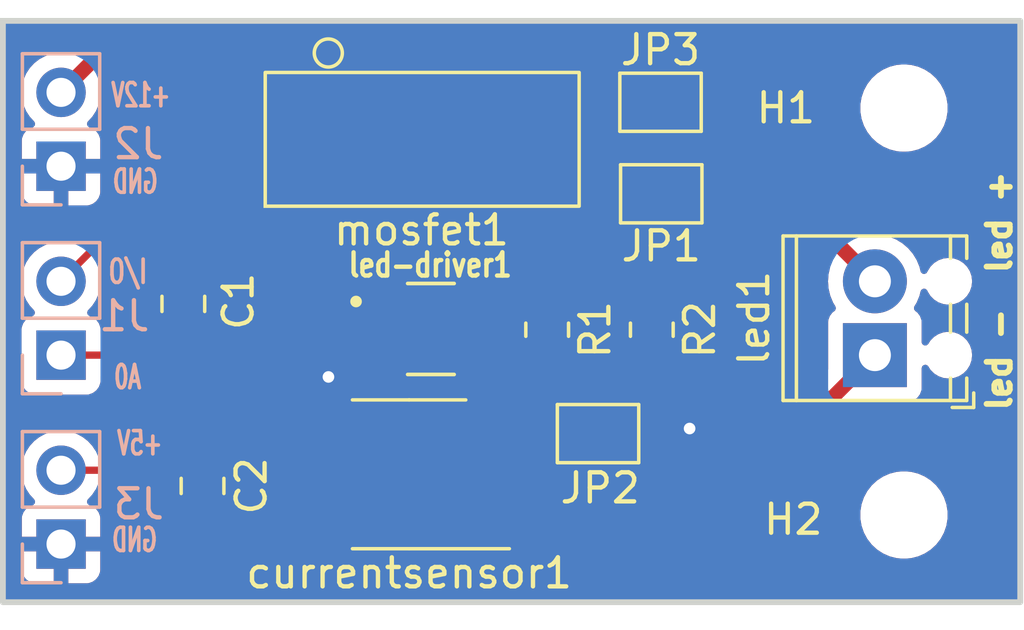
<source format=kicad_pcb>
(kicad_pcb (version 20221018) (generator pcbnew)
  (layers (0 "F.Cu" signal) (31 "B.Cu" signal) (34 "B.Paste" user) (35 "F.Paste" user) (36 "B.SilkS" user "B.Silkscreen") (37 "F.SilkS" user "F.Silkscreen") (38 "B.Mask" user) (39 "F.Mask" user) (44 "Edge.Cuts" user))
  (net 0 "")
  (net 1 "Net-(currentsensor1-FILTER)")
  (net 2 "GND")
  (net 3 "+5V")
  (net 4 "/I{slash}0_{0}")
  (net 5 "/A_{0}")
  (net 6 "+12V")
  (net 7 "/led-")
  (net 8 "/out")
  (net 9 "/enable")
  (net 12 "Net-(led-driver1-REXT)")
  (net 13 "/led+")
  (footprint "Jumper:SolderJumper-2_P1.3mm_Open_Pad1.0x1.5mm" (layer "F.Cu") (at 100.475 86.2)
    (fp_text reference "JP2" (at 0.075 1.875) (layer "F.SilkS"))
    (fp_text value "SolderJumper_2_Open")
    (fp_line (start -1.4 -1) (end 1.4 -1) (stroke (width 0.12)) (layer "F.SilkS"))
    (fp_line (start -1.4 1) (end -1.4 -1) (stroke (width 0.12)) (layer "F.SilkS"))
    (fp_line (start 1.4 -1) (end 1.4 1) (stroke (width 0.12)) (layer "F.SilkS"))
    (fp_line (start 1.4 1) (end -1.4 1) (stroke (width 0.12)) (layer "F.SilkS"))
    (pad "1" smd rect (at -0.65 0) (size 1 1.5) (layers "F.Cu" "F.Mask") (net 8 "/out"))
    (pad "2" smd rect (at 0.65 0) (size 1 1.5) (layers "F.Cu" "F.Mask") (net 2 "GND"))
  )
  (footprint "Jumper:SolderJumper-2_P1.3mm_Open_Pad1.0x1.5mm" (layer "F.Cu") (at 102.625 74.8)
    (fp_text reference "JP3" (at 0 -1.8) (layer "F.SilkS"))
    (fp_text value "SolderJumper_2_Open")
    (fp_line (start -1.4 -1) (end 1.4 -1) (stroke (width 0.12)) (layer "F.SilkS"))
    (fp_line (start -1.4 1) (end -1.4 -1) (stroke (width 0.12)) (layer "F.SilkS"))
    (fp_line (start 1.4 -1) (end 1.4 1) (stroke (width 0.12)) (layer "F.SilkS"))
    (fp_line (start 1.4 1) (end -1.4 1) (stroke (width 0.12)) (layer "F.SilkS"))
    (pad "1" smd rect (at -0.65 0) (size 1 1.5) (layers "F.Cu" "F.Mask") (net 6 "+12V"))
    (pad "2" smd rect (at 0.65 0) (size 1 1.5) (layers "F.Cu" "F.Mask") (net 13 "/led+"))
  )
  (footprint "own-footprints:AQY211EHAZ" (layer "F.Cu") (at 94.425 76.075 90)
    (fp_text reference "mosfet1" (at -3.125 -0.025 unlocked) (layer "F.SilkS"))
    (fp_text value "TLP222A")
    (fp_rect (start -2.3 -5.4) (end 2.3 5.4) (stroke (width 0.12)) (fill none) (layer "F.SilkS"))
    (fp_circle (center 2.97 -3.23) (end 2.66 -3.6) (stroke (width 0.12)) (fill none) (layer "F.SilkS"))
    (pad "1" smd roundrect (at 1.27 -4.150004 180) (size 1.9 1.5) (layers "F.Cu" "F.Paste" "F.Mask") (net 4 "/I{slash}0_{0}"))
    (pad "2" smd roundrect (at -1.27 -4.150004 180) (size 1.9 1.5) (layers "F.Cu" "F.Paste" "F.Mask") (net 2 "GND"))
    (pad "3" smd roundrect (at -1.27 4.149996 180) (size 1.9 1.5) (layers "F.Cu" "F.Paste" "F.Mask") (net 9 "/enable"))
    (pad "4" smd roundrect (at 1.27 4.149996 180) (size 1.9 1.5) (layers "F.Cu" "F.Paste" "F.Mask") (net 6 "+12V"))
  )
  (footprint "MountingHole:MountingHole_2.5mm" (layer "F.Cu") (at 111 89)
    (fp_text reference "H2" (at -3.808 0.154) (layer "F.SilkS"))
    (fp_text value "MountingHole_Pad")
    (pad "" np_thru_hole circle (at 0 0) (size 2.5 2.5) (drill 2.5) (layers "*.Cu" "*.Mask"))
  )
  (footprint "Jumper:SolderJumper-2_P1.3mm_Open_Pad1.0x1.5mm" (layer "F.Cu") (at 102.65 77.95 180)
    (fp_text reference "JP1" (at 0 -1.8) (layer "F.SilkS"))
    (fp_text value "SolderJumper_2_Open")
    (fp_line (start -1.4 -1) (end 1.4 -1) (stroke (width 0.12)) (layer "F.SilkS"))
    (fp_line (start -1.4 1) (end -1.4 -1) (stroke (width 0.12)) (layer "F.SilkS"))
    (fp_line (start 1.4 -1) (end 1.4 1) (stroke (width 0.12)) (layer "F.SilkS"))
    (fp_line (start 1.4 1) (end -1.4 1) (stroke (width 0.12)) (layer "F.SilkS"))
    (pad "1" smd rect (at -0.65 0 180) (size 1 1.5) (layers "F.Cu" "F.Mask") (net 13 "/led+"))
    (pad "2" smd rect (at 0.65 0 180) (size 1 1.5) (layers "F.Cu" "F.Mask") (net 9 "/enable"))
  )
  (footprint "own-footprints:SOT95P285X140-6N" (layer "F.Cu") (at 94.725 82.6)
    (fp_text reference "led-driver1" (at -0.025 -2.2) (layer "F.SilkS") (effects (font (size 0.8 0.64))))
    (fp_text value "BCR421UW6Q-7")
    (fp_line (start -0.8 -1.565) (end 0.8 -1.565) (stroke (width 0.127)) (layer "F.SilkS"))
    (fp_line (start 0.8 1.565) (end -0.8 1.565) (stroke (width 0.127)) (layer "F.SilkS"))
    (fp_circle (center -2.575 -0.945) (end -2.475 -0.945) (stroke (width 0.2)) (fill none) (layer "F.SilkS"))
    (pad "1" smd roundrect (at -1.175 -0.95) (size 1.37 0.59) (layers "F.Cu" "F.Paste" "F.Mask") (roundrect_rratio 0.07) (net 9 "/enable"))
    (pad "2" smd roundrect (at -1.175 0) (size 1.37 0.59) (layers "F.Cu" "F.Paste" "F.Mask") (roundrect_rratio 0.07))
    (pad "3" smd roundrect (at -1.175 0.95) (size 1.37 0.59) (layers "F.Cu" "F.Paste" "F.Mask") (roundrect_rratio 0.07))
    (pad "4" smd roundrect (at 1.175 0.95) (size 1.37 0.59) (layers "F.Cu" "F.Paste" "F.Mask") (roundrect_rratio 0.07) (net 2 "GND"))
    (pad "5" smd roundrect (at 1.175 0) (size 1.37 0.59) (layers "F.Cu" "F.Paste" "F.Mask") (roundrect_rratio 0.07) (net 8 "/out"))
    (pad "6" smd roundrect (at 1.175 -0.95) (size 1.37 0.59) (layers "F.Cu" "F.Paste" "F.Mask") (roundrect_rratio 0.07) (net 12 "Net-(led-driver1-REXT)"))
  )
  (footprint "Resistor_SMD:R_0805_2012Metric_Pad1.20x1.40mm_HandSolder" (layer "F.Cu") (at 102.325 82.625 -90)
    (fp_text reference "R2" (at 0 -1.65 90) (layer "F.SilkS"))
    (fp_text value "R_Small")
    (fp_line (start -0.227064 -0.735) (end 0.227064 -0.735) (stroke (width 0.12)) (layer "F.SilkS"))
    (fp_line (start -0.227064 0.735) (end 0.227064 0.735) (stroke (width 0.12)) (layer "F.SilkS"))
    (pad "1" smd roundrect (at -1 0 270) (size 1.2 1.4) (layers "F.Cu" "F.Paste" "F.Mask") (roundrect_rratio 0.2083333333) (net 12 "Net-(led-driver1-REXT)"))
    (pad "2" smd roundrect (at 1 0 270) (size 1.2 1.4) (layers "F.Cu" "F.Paste" "F.Mask") (roundrect_rratio 0.2083333333) (net 2 "GND"))
  )
  (footprint "Resistor_SMD:R_0805_2012Metric_Pad1.20x1.40mm_HandSolder" (layer "F.Cu") (at 98.725 82.625 -90)
    (fp_text reference "R1" (at 0 -1.65 90) (layer "F.SilkS"))
    (fp_text value "R_Small")
    (fp_line (start -0.227064 -0.735) (end 0.227064 -0.735) (stroke (width 0.12)) (layer "F.SilkS"))
    (fp_line (start -0.227064 0.735) (end 0.227064 0.735) (stroke (width 0.12)) (layer "F.SilkS"))
    (pad "1" smd roundrect (at -1 0 270) (size 1.2 1.4) (layers "F.Cu" "F.Paste" "F.Mask") (roundrect_rratio 0.2083333333) (net 12 "Net-(led-driver1-REXT)"))
    (pad "2" smd roundrect (at 1 0 270) (size 1.2 1.4) (layers "F.Cu" "F.Paste" "F.Mask") (roundrect_rratio 0.2083333333) (net 2 "GND"))
  )
  (footprint "Capacitor_SMD:C_0805_2012Metric_Pad1.18x1.45mm_HandSolder" (layer "F.Cu") (at 86.2076 81.7372 90)
    (fp_text reference "C1" (at 0.0872 1.8924 90) (layer "F.SilkS"))
    (fp_text value "1nF")
    (fp_line (start -0.261252 -0.735) (end 0.261252 -0.735) (stroke (width 0.12)) (layer "F.SilkS"))
    (fp_line (start -0.261252 0.735) (end 0.261252 0.735) (stroke (width 0.12)) (layer "F.SilkS"))
    (pad "1" smd roundrect (at -1.0375 0 90) (size 1.175 1.45) (layers "F.Cu" "F.Paste" "F.Mask") (roundrect_rratio 0.2127659574) (net 1 "Net-(currentsensor1-FILTER)"))
    (pad "2" smd roundrect (at 1.0375 0 90) (size 1.175 1.45) (layers "F.Cu" "F.Paste" "F.Mask") (roundrect_rratio 0.2127659574) (net 2 "GND"))
  )
  (footprint "TerminalBlock_Phoenix:TerminalBlock_Phoenix_MPT-0,5-2-2.54_1x02_P2.54mm_Horizontal" (layer "F.Cu") (at 110 83.5 90)
    (fp_text reference "led1" (at 1.27 -4.16 90) (layer "F.SilkS"))
    (fp_text value "led")
    (fp_line (start -1.8 2.66) (end -1.8 3.4) (stroke (width 0.12)) (layer "F.SilkS"))
    (fp_line (start -1.8 3.4) (end -1.3 3.4) (stroke (width 0.12)) (layer "F.SilkS"))
    (fp_line (start -1.56 -3.16) (end -1.56 3.16) (stroke (width 0.12)) (layer "F.SilkS"))
    (fp_line (start -1.56 -3.16) (end 4.1 -3.16) (stroke (width 0.12)) (layer "F.SilkS"))
    (fp_line (start -1.56 -2.7) (end 4.1 -2.7) (stroke (width 0.12)) (layer "F.SilkS"))
    (fp_line (start -1.56 2.6) (end -0.79 2.6) (stroke (width 0.12)) (layer "F.SilkS"))
    (fp_line (start -1.56 3.16) (end -0.79 3.16) (stroke (width 0.12)) (layer "F.SilkS"))
    (fp_line (start 0.79 2.6) (end 1.75 2.6) (stroke (width 0.12)) (layer "F.SilkS"))
    (fp_line (start 0.79 3.16) (end 1.75 3.16) (stroke (width 0.12)) (layer "F.SilkS"))
    (fp_line (start 3.33 2.6) (end 4.1 2.6) (stroke (width 0.12)) (layer "F.SilkS"))
    (fp_line (start 3.33 3.16) (end 4.1 3.16) (stroke (width 0.12)) (layer "F.SilkS"))
    (fp_line (start 4.1 -3.16) (end 4.1 3.16) (stroke (width 0.12)) (layer "F.SilkS"))
    (pad "" np_thru_hole circle (at 0 2.54 90) (size 1.1 1.1) (drill 1.1) (layers "*.Cu" "*.Mask"))
    (pad "" np_thru_hole circle (at 2.54 2.54 90) (size 1.1 1.1) (drill 1.1) (layers "*.Cu" "*.Mask"))
    (pad "1" thru_hole rect (at 0 0 90) (size 2.2 2.2) (drill 1.1) (layers "*.Cu" "*.Mask") (net 7 "/led-"))
    (pad "2" thru_hole circle (at 2.54 0 90) (size 2.2 2.2) (drill 1.1) (layers "*.Cu" "*.Mask") (net 13 "/led+"))
  )
  (footprint "Capacitor_SMD:C_0805_2012Metric_Pad1.18x1.45mm_HandSolder" (layer "F.Cu") (at 86.868 88 -90)
    (fp_text reference "C2" (at 0 -1.68 90) (layer "F.SilkS"))
    (fp_text value "0.01µF")
    (fp_line (start -0.261252 -0.735) (end 0.261252 -0.735) (stroke (width 0.12)) (layer "F.SilkS"))
    (fp_line (start -0.261252 0.735) (end 0.261252 0.735) (stroke (width 0.12)) (layer "F.SilkS"))
    (pad "1" smd roundrect (at -1.0375 0 270) (size 1.175 1.45) (layers "F.Cu" "F.Paste" "F.Mask") (roundrect_rratio 0.2127659574) (net 3 "+5V"))
    (pad "2" smd roundrect (at 1.0375 0 270) (size 1.175 1.45) (layers "F.Cu" "F.Paste" "F.Mask") (roundrect_rratio 0.2127659574) (net 2 "GND"))
  )
  (footprint "MountingHole:MountingHole_2.5mm" (layer "F.Cu") (at 111 75)
    (fp_text reference "H1" (at -4.064 0) (layer "F.SilkS"))
    (fp_text value "MountingHole_Pad")
    (pad "" np_thru_hole circle (at 0 0) (size 2.5 2.5) (drill 2.5) (layers "*.Cu" "*.Mask"))
  )
  (footprint "Package_SO:SOIC-8_3.9x4.9mm_P1.27mm" (layer "F.Cu") (at 93.975 87.6 180)
    (fp_text reference "currentsensor1" (at 0 -3.4) (layer "F.SilkS"))
    (fp_text value "ACS712xLCTR-20A")
    (fp_line (start 0 -2.56) (end -3.45 -2.56) (stroke (width 0.12)) (layer "F.SilkS"))
    (fp_line (start 0 -2.56) (end 1.95 -2.56) (stroke (width 0.12)) (layer "F.SilkS"))
    (fp_line (start 0 2.56) (end -1.95 2.56) (stroke (width 0.12)) (layer "F.SilkS"))
    (fp_line (start 0 2.56) (end 1.95 2.56) (stroke (width 0.12)) (layer "F.SilkS"))
    (pad "1" smd roundrect (at -2.475 -1.905 180) (size 1.95 0.6) (layers "F.Cu" "F.Paste" "F.Mask") (net 7 "/led-"))
    (pad "2" smd roundrect (at -2.475 -0.635 180) (size 1.95 0.6) (layers "F.Cu" "F.Paste" "F.Mask") (net 7 "/led-"))
    (pad "3" smd roundrect (at -2.475 0.635 180) (size 1.95 0.6) (layers "F.Cu" "F.Paste" "F.Mask") (net 8 "/out"))
    (pad "4" smd roundrect (at -2.475 1.905 180) (size 1.95 0.6) (layers "F.Cu" "F.Paste" "F.Mask") (net 8 "/out"))
    (pad "5" smd roundrect (at 2.475 1.905 180) (size 1.95 0.6) (layers "F.Cu" "F.Paste" "F.Mask") (net 2 "GND"))
    (pad "6" smd roundrect (at 2.475 0.635 180) (size 1.95 0.6) (layers "F.Cu" "F.Paste" "F.Mask") (net 1 "Net-(currentsensor1-FILTER)"))
    (pad "7" smd roundrect (at 2.475 -0.635 180) (size 1.95 0.6) (layers "F.Cu" "F.Paste" "F.Mask") (net 5 "/A_{0}"))
    (pad "8" smd roundrect (at 2.475 -1.905 180) (size 1.95 0.6) (layers "F.Cu" "F.Paste" "F.Mask") (net 3 "+5V"))
  )
  (footprint "Connector_PinHeader_2.54mm:PinHeader_1x02_P2.54mm_Vertical" (layer "B.Cu") (at 82 77)
    (fp_text reference "J2" (at 2.657 -0.767 180) (layer "B.SilkS") (effects (justify mirror)))
    (fp_text value "12V")
    (fp_line (start -1.33 -3.87) (end 1.33 -3.87) (stroke (width 0.12)) (layer "B.SilkS"))
    (fp_line (start -1.33 -1.27) (end -1.33 -3.87) (stroke (width 0.12)) (layer "B.SilkS"))
    (fp_line (start -1.33 -1.27) (end 1.33 -1.27) (stroke (width 0.12)) (layer "B.SilkS"))
    (fp_line (start -1.33 0) (end -1.33 1.33) (stroke (width 0.12)) (layer "B.SilkS"))
    (fp_line (start -1.33 1.33) (end 0 1.33) (stroke (width 0.12)) (layer "B.SilkS"))
    (fp_line (start 1.33 -1.27) (end 1.33 -3.87) (stroke (width 0.12)) (layer "B.SilkS"))
    (pad "1" thru_hole rect (at 0 0) (size 1.7 1.7) (drill 1) (layers "*.Cu" "*.Mask") (net 2 "GND"))
    (pad "2" thru_hole oval (at 0 -2.54) (size 1.7 1.7) (drill 1) (layers "*.Cu" "*.Mask") (net 6 "+12V"))
  )
  (footprint "Connector_PinHeader_2.54mm:PinHeader_1x02_P2.54mm_Vertical" (layer "B.Cu") (at 82 83.5)
    (fp_text reference "J1" (at 2.1744 -1.3462) (layer "B.SilkS") (effects (justify mirror)))
    (fp_text value "con")
    (fp_line (start -1.33 -3.87) (end 1.33 -3.87) (stroke (width 0.12)) (layer "B.SilkS"))
    (fp_line (start -1.33 -1.27) (end -1.33 -3.87) (stroke (width 0.12)) (layer "B.SilkS"))
    (fp_line (start -1.33 -1.27) (end 1.33 -1.27) (stroke (width 0.12)) (layer "B.SilkS"))
    (fp_line (start -1.33 0) (end -1.33 1.33) (stroke (width 0.12)) (layer "B.SilkS"))
    (fp_line (start -1.33 1.33) (end 0 1.33) (stroke (width 0.12)) (layer "B.SilkS"))
    (fp_line (start 1.33 -1.27) (end 1.33 -3.87) (stroke (width 0.12)) (layer "B.SilkS"))
    (pad "1" thru_hole rect (at 0 0) (size 1.7 1.7) (drill 1) (layers "*.Cu" "*.Mask") (net 5 "/A_{0}"))
    (pad "2" thru_hole oval (at 0 -2.54) (size 1.7 1.7) (drill 1) (layers "*.Cu" "*.Mask") (net 4 "/I{slash}0_{0}"))
  )
  (footprint "Connector_PinHeader_2.54mm:PinHeader_1x02_P2.54mm_Vertical" (layer "B.Cu") (at 82 90)
    (fp_text reference "J3" (at 2.675 -1.375) (layer "B.SilkS") (effects (justify mirror)))
    (fp_text value "5V")
    (fp_line (start -1.33 -3.87) (end 1.33 -3.87) (stroke (width 0.12)) (layer "B.SilkS"))
    (fp_line (start -1.33 -1.27) (end -1.33 -3.87) (stroke (width 0.12)) (layer "B.SilkS"))
    (fp_line (start -1.33 -1.27) (end 1.33 -1.27) (stroke (width 0.12)) (layer "B.SilkS"))
    (fp_line (start -1.33 0) (end -1.33 1.33) (stroke (width 0.12)) (layer "B.SilkS"))
    (fp_line (start -1.33 1.33) (end 0 1.33) (stroke (width 0.12)) (layer "B.SilkS"))
    (fp_line (start 1.33 -1.27) (end 1.33 -3.87) (stroke (width 0.12)) (layer "B.SilkS"))
    (pad "1" thru_hole rect (at 0 0) (size 1.7 1.7) (drill 1) (layers "*.Cu" "*.Mask") (net 2 "GND"))
    (pad "2" thru_hole oval (at 0 -2.54) (size 1.7 1.7) (drill 1) (layers "*.Cu" "*.Mask") (net 3 "+5V"))
  )
  (gr_rect (start 80 72) (end 115 92) (stroke (width 0.2)) (fill none) (layer "Edge.Cuts"))
  (gr_text "I/O" (at 85.025 81.1) (layer "B.SilkS") (effects (font (size 0.8 0.5) (thickness 0.125) bold) (justify left bottom mirror)))
  (gr_text "+5V\n" (at 85.55 87) (layer "B.SilkS") (effects (font (size 0.8 0.5) (thickness 0.125)) (justify left bottom mirror)))
  (gr_text "GND" (at 85.375 90.325) (layer "B.SilkS") (effects (font (size 0.8 0.5) (thickness 0.125) bold) (justify left bottom mirror)))
  (gr_text "GND" (at 85.4 78) (layer "B.SilkS") (effects (font (size 0.8 0.5) (thickness 0.125) bold) (justify left bottom mirror)))
  (gr_text "A0" (at 84.825 84.725) (layer "B.SilkS") (effects (font (size 0.8 0.5) (thickness 0.125) bold) (justify left bottom mirror)))
  (gr_text "+12V" (at 85.825 75.025) (layer "B.SilkS") (effects (font (size 0.8 0.5) (thickness 0.125)) (justify left bottom mirror)))
  (gr_text "led +" (at 114.75 80.775 90) (layer "F.SilkS") (effects (font (size 0.8 0.8) (thickness 0.2) bold) (justify left bottom)))
  (gr_text "led -\n" (at 114.75 85.5 90) (layer "F.SilkS") (effects (font (size 0.8 0.8) (thickness 0.2) bold) (justify left bottom)))
  (segment (start 91.5 86.965) (end 90.3979 86.965) (width 0.25) (layer "F.Cu") (net 1))
  (segment (start 90.3979 86.965) (end 86.2076 82.7747) (width 0.25) (layer "F.Cu") (net 1))
  (segment (start 94.875 84.575) (end 91.525 84.575) (width 0.25) (layer "F.Cu") (net 2))
  (segment (start 91.525 84.575) (end 91.2 84.25) (width 0.25) (layer "F.Cu") (net 2))
  (segment (start 95.9 83.55) (end 94.875 84.575) (width 0.25) (layer "F.Cu") (net 2))
  (via (at 91.2 84.25) (size 0.8) (drill 0.4) (layers "F.Cu" "B.Cu") (net 2))
  (via (at 103.625 86.025) (size 0.8) (drill 0.4) (layers "F.Cu" "B.Cu") (net 2))
  (segment (start 91.5 89.505) (end 89.4105 89.505) (width 0.25) (layer "F.Cu") (net 3))
  (segment (start 89.4105 89.505) (end 86.868 86.9625) (width 0.25) (layer "F.Cu") (net 3))
  (segment (start 86.3705 87.46) (end 82 87.46) (width 0.25) (layer "F.Cu") (net 3))
  (segment (start 86.868 86.9625) (end 86.3705 87.46) (width 0.25) (layer "F.Cu") (net 3))
  (segment (start 88.145 74.805) (end 90.274996 74.805) (width 0.25) (layer "F.Cu") (net 4))
  (segment (start 82 80.96) (end 82 80.95) (width 0.25) (layer "F.Cu") (net 4))
  (segment (start 82 80.95) (end 88.145 74.805) (width 0.25) (layer "F.Cu") (net 4))
  (segment (start 85.307227 83.5) (end 82 83.5) (width 0.25) (layer "F.Cu") (net 5))
  (segment (start 91.5 88.235) (end 90.042227 88.235) (width 0.25) (layer "F.Cu") (net 5))
  (segment (start 90.042227 88.235) (end 85.307227 83.5) (width 0.25) (layer "F.Cu") (net 5))
  (segment (start 96.669996 72.9) (end 98.574996 74.805) (width 0.5) (layer "F.Cu") (net 6))
  (segment (start 83.56 72.9) (end 96.669996 72.9) (width 0.5) (layer "F.Cu") (net 6))
  (segment (start 98.574996 74.805) (end 101.97 74.805) (width 0.5) (layer "F.Cu") (net 6))
  (segment (start 101.97 74.805) (end 101.975 74.8) (width 0.5) (layer "F.Cu") (net 6))
  (segment (start 82 74.46) (end 83.56 72.9) (width 0.5) (layer "F.Cu") (net 6))
  (segment (start 96.45 89.505) (end 96.45 88.235) (width 0.5) (layer "F.Cu") (net 7))
  (segment (start 105.265 88.235) (end 96.45 88.235) (width 0.5) (layer "F.Cu") (net 7))
  (segment (start 110 83.5) (end 105.265 88.235) (width 0.5) (layer "F.Cu") (net 7))
  (segment (start 96.45 85.695) (end 97.2 84.945) (width 0.5) (layer "F.Cu") (net 8))
  (segment (start 97.2 83.257797) (end 96.542203 82.6) (width 0.5) (layer "F.Cu") (net 8))
  (segment (start 96.542203 82.6) (end 95.9 82.6) (width 0.5) (layer "F.Cu") (net 8))
  (segment (start 97.2 84.945) (end 97.2 83.257797) (width 0.5) (layer "F.Cu") (net 8))
  (segment (start 99.825 86.2) (end 99.075 86.2) (width 0.5) (layer "F.Cu") (net 8))
  (segment (start 99.075 86.2) (end 97.2 84.325) (width 0.5) (layer "F.Cu") (net 8))
  (segment (start 96.45 86.965) (end 96.45 85.695) (width 0.5) (layer "F.Cu") (net 8))
  (segment (start 97.2 84.325) (end 97.2 83.257797) (width 0.5) (layer "F.Cu") (net 8))
  (segment (start 99.179996 77.95) (end 98.574996 77.345) (width 0.5) (layer "F.Cu") (net 9))
  (segment (start 98.574996 78.600004) (end 98.574996 77.345) (width 0.5) (layer "F.Cu") (net 9))
  (segment (start 95 80.2) (end 96.975 80.2) (width 0.5) (layer "F.Cu") (net 9))
  (segment (start 93.55 81.65) (end 95 80.2) (width 0.5) (layer "F.Cu") (net 9))
  (segment (start 96.975 80.2) (end 98.574996 78.600004) (width 0.5) (layer "F.Cu") (net 9))
  (segment (start 102 77.95) (end 99.179996 77.95) (width 0.5) (layer "F.Cu") (net 9))
  (segment (start 102.325 81.625) (end 98.725 81.625) (width 0.25) (layer "F.Cu") (net 12))
  (segment (start 95.9 81.65) (end 98.7 81.65) (width 0.25) (layer "F.Cu") (net 12))
  (segment (start 98.7 81.65) (end 98.725 81.625) (width 0.25) (layer "F.Cu") (net 12))
  (segment (start 103.84 74.8) (end 110 80.96) (width 0.5) (layer "F.Cu") (net 13))
  (segment (start 103.84 74.8) (end 103.275 74.8) (width 0.5) (layer "F.Cu") (net 13))
  (segment (start 103.3 77.95) (end 106.99 77.95) (width 0.5) (layer "F.Cu") (net 13))
  (segment (start 106.99 77.95) (end 110 80.96) (width 0.5) (layer "F.Cu") (net 13))
  (zone (net 2) (net_name "GND") (layers "F&B.Cu") (connect_pads (clearance 0.508)) (min_thickness 0.25) (fill yes (thermal_gap 0.5) (thermal_bridge_width 0.5))
    (polygon (pts (xy 115.1128 71.7804) (xy 80.01 71.882) (xy 80.01 92.4306) (xy 115.1128 92.329)))
  )
)
</source>
